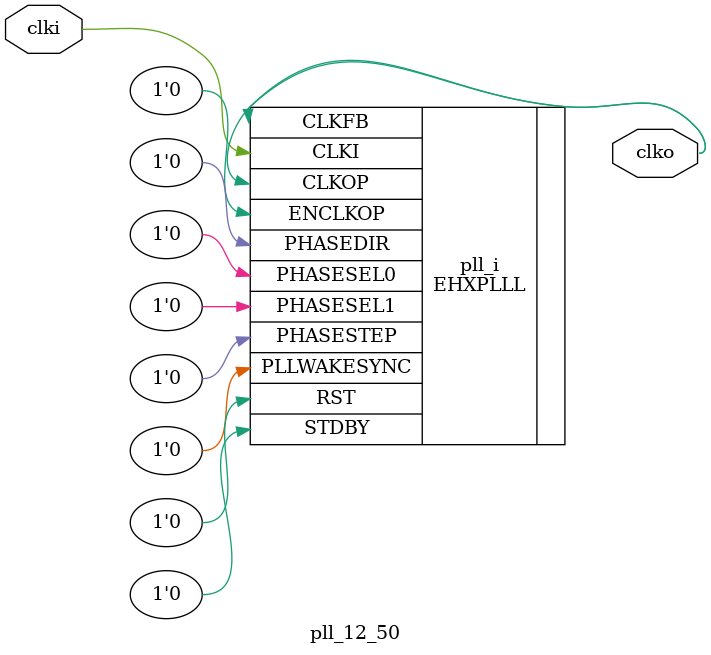
<source format=v>
module pll_12_50(input clki, output clko);
    (* ICP_CURRENT="12" *) (* LPF_RESISTOR="8" *) (* MFG_ENABLE_FILTEROPAMP="1" *) (* MFG_GMCREF_SEL="2" *) (* FREQUENCY_PIN_CLKI="12" *) (* FREQUENCY_PIN_CLKOP="50" *)
    EHXPLLL #(
        .PLLRST_ENA("DISABLED"),
        .INTFB_WAKE("DISABLED"),
        .STDBY_ENABLE("DISABLED"),
        .DPHASE_SOURCE("DISABLED"),
        .CLKOP_FPHASE(0),
        .CLKOP_CPHASE(11),
        .OUTDIVIDER_MUXA("DIVA"),
        .CLKOP_ENABLE("ENABLED"),
        .CLKOP_DIV(12),
        .CLKFB_DIV(25),
        .CLKI_DIV(6),
        .FEEDBK_PATH("CLKOP")
    ) pll_i (
        .CLKI(clki),
        .CLKFB(clko),
        .CLKOP(clko),
        .RST(1'b0),
        .STDBY(1'b0),
        .PHASESEL0(1'b0),
        .PHASESEL1(1'b0),
        .PHASEDIR(1'b0),
        .PHASESTEP(1'b0),
        .PLLWAKESYNC(1'b0),
        .ENCLKOP(1'b0)
    );
endmodule

</source>
